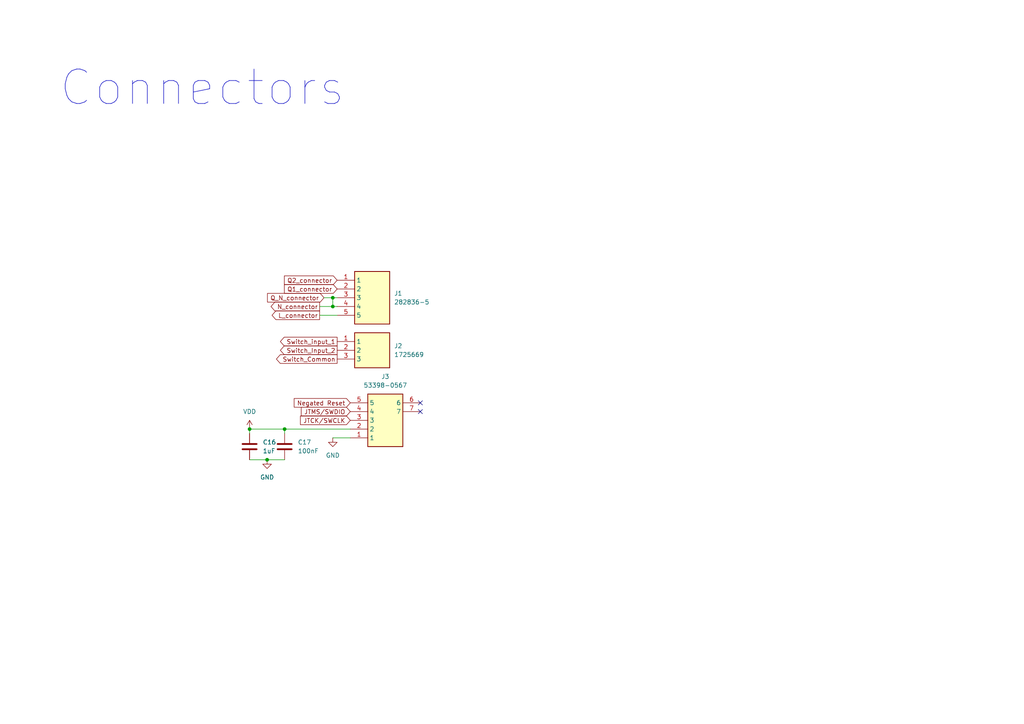
<source format=kicad_sch>
(kicad_sch (version 20231120) (generator "eeschema") (generator_version "8.0")
  (paper "A4")
  (lib_symbols
    (symbol "1725669:1725669"
      (property "Reference" "J" (at 16.51 7.62 0))
      (property "Value" "1725669" (at 16.51 5.08 0))
      (symbol "1725669_1_1"
        (rectangle (start 5.08 2.54) (end 15.24 -7.62) (stroke (width 0.254)) (fill (type background)))
        (pin passive line (at 0 0 0) (length 5.08) (name "1") (number "1"))
        (pin passive line (at 0 -2.54 0) (length 5.08) (name "2") (number "2"))
        (pin passive line (at 0 -5.08 0) (length 5.08) (name "3") (number "3"))
      )
    )
    (symbol "282836-5:282836-5"
      (property "Reference" "J" (at 16.51 7.62 0))
      (property "Value" "282836-5" (at 16.51 5.08 0))
      (symbol "282836-5_1_1"
        (rectangle (start 5.08 2.54) (end 15.24 -12.7) (stroke (width 0.254)) (fill (type background)))
        (pin passive line (at 0 0 0) (length 5.08) (name "1") (number "1"))
        (pin passive line (at 0 -2.54 0) (length 5.08) (name "2") (number "2"))
        (pin passive line (at 0 -5.08 0) (length 5.08) (name "3") (number "3"))
        (pin passive line (at 0 -7.62 0) (length 5.08) (name "4") (number "4"))
        (pin passive line (at 0 -10.16 0) (length 5.08) (name "5") (number "5"))
      )
    )
    (symbol "53398-0567:53398-0567"
      (property "Reference" "J" (at 16.51 7.62 0))
      (property "Value" "53398-0567" (at 16.51 5.08 0))
      (symbol "53398-0567_1_1"
        (rectangle (start 5.08 2.54) (end 15.24 -12.7) (stroke (width 0.254)) (fill (type background)))
        (pin passive line (at 0 -10.16 0) (length 5.08) (name "1") (number "1"))
        (pin passive line (at 0 -7.62 0) (length 5.08) (name "2") (number "2"))
        (pin passive line (at 0 -5.08 0) (length 5.08) (name "3") (number "3"))
        (pin passive line (at 0 -2.54 0) (length 5.08) (name "4") (number "4"))
        (pin passive line (at 0 0 0) (length 5.08) (name "5") (number "5"))
        (pin passive line (at 20.32 0 180) (length 5.08) (name "6") (number "6"))
        (pin passive line (at 20.32 -2.54 180) (length 5.08) (name "7") (number "7"))
      )
    )
    (symbol "Device:C" (pin_numbers hide) (pin_names (offset 0.254))
      (property "Reference" "C" (at 0.635 2.54 0))
      (property "Value" "C" (at 0.635 -2.54 0))
      (symbol "C_0_1"
        (polyline (pts (xy -2.032 -0.762) (xy 2.032 -0.762)) (stroke (width 0.508)))
        (polyline (pts (xy -2.032 0.762) (xy 2.032 0.762)) (stroke (width 0.508)))
      )
      (symbol "C_1_1"
        (pin passive line (at 0 3.81 270) (length 2.794) (name "~") (number "1"))
        (pin passive line (at 0 -3.81 90) (length 2.794) (name "~") (number "2"))
      )
    )
    (symbol "power:GND" (power) (pin_numbers hide) (pin_names (offset 0) hide)
      (property "Value" "GND" (at 0 -3.81 0))
      (symbol "GND_0_1"
        (polyline (pts (xy 0 0) (xy 0 -1.27) (xy 1.27 -1.27) (xy 0 -2.54) (xy -1.27 -1.27) (xy 0 -1.27)))
      )
      (symbol "GND_1_1"
        (pin power_in line (at 0 0 270) (length 0) (name "~") (number "1"))
      )
    )
    (symbol "power:VDD" (power) (pin_numbers hide) (pin_names (offset 0) hide)
      (property "Value" "VDD" (at 0 3.556 0))
      (symbol "VDD_0_1"
        (polyline (pts (xy -0.762 1.27) (xy 0 2.54)))
        (polyline (pts (xy 0 0) (xy 0 2.54)))
        (polyline (pts (xy 0 2.54) (xy 0.762 1.27)))
      )
      (symbol "VDD_1_1"
        (pin power_in line (at 0 0 90) (length 0) (name "~") (number "1"))
      )
    )
  )
  (junction (at 82.55 124.46))
  (junction (at 77.47 133.35))
  (junction (at 96.52 88.9))
  (junction (at 72.39 124.46))
  (junction (at 96.52 86.36))
  (no_connect (at 121.92 119.38))
  (no_connect (at 121.92 116.84))
  (wire (pts (xy 96.52 127) (xy 101.6 127)))
  (wire (pts (xy 96.52 88.9) (xy 97.79 88.9)))
  (wire (pts (xy 82.55 124.46) (xy 82.55 125.73)))
  (wire (pts (xy 96.52 86.36) (xy 97.79 86.36)))
  (wire (pts (xy 93.98 86.36) (xy 96.52 86.36)))
  (wire (pts (xy 92.71 88.9) (xy 96.52 88.9)))
  (wire (pts (xy 92.71 91.44) (xy 97.79 91.44)))
  (wire (pts (xy 72.39 133.35) (xy 77.47 133.35)))
  (wire (pts (xy 72.39 124.46) (xy 82.55 124.46)))
  (wire (pts (xy 77.47 133.35) (xy 82.55 133.35)))
  (wire (pts (xy 72.39 125.73) (xy 72.39 124.46)))
  (wire (pts (xy 101.6 124.46) (xy 82.55 124.46)))
  (wire (pts (xy 96.52 86.36) (xy 96.52 88.9)))
  (text "Connectors" (at 58.674 25.654 0) (effects (font (size 10 10))))
  (global_label "Negated Reset" (shape input) (at 101.6 116.84 180) (property "Intersheetrefs" "${INTERSHEET_REFS}" (effects (hide yes))))
  (global_label "Q1_connector" (shape input) (at 97.79 83.82 180) (property "Intersheetrefs" "${INTERSHEET_REFS}" (effects (hide yes))))
  (global_label "JTMS{slash}SWDIO" (shape input) (at 101.6 119.38 180) (property "Intersheetrefs" "${INTERSHEET_REFS}" (effects (hide yes))))
  (global_label "N_connector" (shape output) (at 92.71 88.9 180) (property "Intersheetrefs" "${INTERSHEET_REFS}" (effects (hide yes))))
  (global_label "Switch_Input_2" (shape output) (at 97.79 101.6 180) (property "Intersheetrefs" "${INTERSHEET_REFS}" (effects (hide yes))))
  (global_label "Q_N_connector" (shape input) (at 93.98 86.36 180) (property "Intersheetrefs" "${INTERSHEET_REFS}" (effects (hide yes))))
  (global_label "Q2_connector" (shape input) (at 97.79 81.28 180) (property "Intersheetrefs" "${INTERSHEET_REFS}" (effects (hide yes))))
  (global_label "L_connector" (shape output) (at 92.71 91.44 180) (property "Intersheetrefs" "${INTERSHEET_REFS}" (effects (hide yes))))
  (global_label "Switch_Common" (shape output) (at 97.79 104.14 180) (property "Intersheetrefs" "${INTERSHEET_REFS}" (effects (hide yes))))
  (global_label "JTCK{slash}SWCLK" (shape input) (at 101.6 121.92 180) (property "Intersheetrefs" "${INTERSHEET_REFS}" (effects (hide yes))))
  (global_label "Switch_input_1" (shape output) (at 97.79 99.06 180) (property "Intersheetrefs" "${INTERSHEET_REFS}" (effects (hide yes))))
  (symbol (lib_id "power:VDD") (at 72.39 124.46 0) (unit 1)
    (property "Reference" "#PWR016" (effects (hide yes)))
    (property "Value" "VDD" (at 72.39 119.38 0))
    (property "Description" "Power symbol creates a global label with name \"VDD\"" (effects (hide yes)))
  )
  (symbol (lib_id "power:GND") (at 96.52 127 0) (unit 1)
    (property "Reference" "#PWR018" (effects (hide yes)))
    (property "Value" "GND" (at 96.52 132.08 0))
    (property "Description" "Power symbol creates a global label with name \"GND\" , ground" (effects (hide yes)))
  )
  (symbol (lib_id "Device:C") (at 72.39 129.54 0) (unit 1)
    (property "Reference" "C16" (at 76.2 128.2699 0) (effects (justify left)))
    (property "Value" "1uF" (at 76.2 130.8099 0) (effects (justify left)))
    (property "Footprint" "Capacitor_SMD:C_0603_1608Metric_Pad1.08x0.95mm_HandSolder" (effects (hide yes)))
    (property "Description" "Unpolarized capacitor" (effects (hide yes)))
  )
  (symbol (lib_id "power:GND") (at 77.47 133.35 0) (unit 1)
    (property "Reference" "#PWR017" (effects (hide yes)))
    (property "Value" "GND" (at 77.47 138.43 0))
    (property "Description" "Power symbol creates a global label with name \"GND\" , ground" (effects (hide yes)))
  )
  (symbol (lib_id "Device:C") (at 82.55 129.54 0) (unit 1)
    (property "Reference" "C17" (at 86.36 128.2699 0) (effects (justify left)))
    (property "Value" "100nF" (at 86.36 130.8099 0) (effects (justify left)))
    (property "Footprint" "Capacitor_SMD:C_0603_1608Metric_Pad1.08x0.95mm_HandSolder" (effects (hide yes)))
    (property "Description" "Unpolarized capacitor" (effects (hide yes)))
  )
  (symbol (lib_id "53398-0567:53398-0567") (at 101.6 116.84 0) (unit 1)
    (property "Reference" "J3" (at 111.76 109.22 0))
    (property "Value" "53398-0567" (at 111.76 111.76 0))
    (property "Footprint" "Sterownik_roletyLibrary:533980567" (effects (hide yes)))
    (property "Description" "Headers & Wire Housings 1.25 WTB WAFER 5Ckt" (effects (hide yes)))
    (property "Height" "5.7" (effects (hide yes)))
    (property "Mouser Part Number" "538-53398-0567" (effects (hide yes)))
    (property "Mouser Price/Stock" "https://www.mouser.co.uk/ProductDetail/Molex/53398-0567?qs=YbyaSBbY%2FzyzhOKGMMuQvw%3D%3D" (effects (hide yes)))
    (property "Manufacturer_Name" "Molex" (effects (hide yes)))
    (property "Manufacturer_Part_Number" "53398-0567" (effects (hide yes)))
  )
  (symbol (lib_id "282836-5:282836-5") (at 97.79 81.28 0) (unit 1)
    (property "Reference" "J1" (at 114.3 85.0899 0) (effects (justify left)))
    (property "Value" "282836-5" (at 114.3 87.6299 0) (effects (justify left)))
    (property "Footprint" "Sterownik_roletyLibrary:2828365" (effects (hide yes)))
    (property "Datasheet" "https://www.te.com/commerce/DocumentDelivery/DDEController?Action=srchrtrv&DocNm=1-1773458-1_EURO_STYLE_QRG&DocType=Data%20Sheet&DocLang=English&PartCntxt=282836-5&DocFormat=pdf" (effects (hide yes)))
    (property "Description" "Body Features: Product Orientation Vertical | Primary Product Color Green | Configuration Features: Number of Positions 5 | Stacking Configuration Side Stackable | Wire Entry Angle 90 | Number of Rows 1 | Stacked Levels Without | Wire Entry Location Side | Contact Features: Contact Mating Area Plating Material Tin | Contact Base Material Brass | Contact Current Rating (Max) 13.5 AMP | Dimensions: Wire Size 30  16 AWG | Wire Size .05  1.3 MMSQ | Electrical Characteristics: Operating Voltage 300 VAC |" (effects (hide yes)))
    (property "Height" "10.2" (effects (hide yes)))
    (property "Mouser Part Number" "571-2828365" (effects (hide yes)))
    (property "Mouser Price/Stock" "https://www.mouser.co.uk/ProductDetail/TE-Connectivity/282836-5?qs=A%252Bip%252BNCYi6PWM9nOrDokEg%3D%3D" (effects (hide yes)))
    (property "Manufacturer_Name" "TE Connectivity" (effects (hide yes)))
    (property "Manufacturer_Part_Number" "282836-5" (effects (hide yes)))
  )
  (symbol (lib_id "1725669:1725669") (at 97.79 99.06 0) (unit 1)
    (property "Reference" "J2" (at 114.3 100.3299 0) (effects (justify left)))
    (property "Value" "1725669" (at 114.3 102.8699 0) (effects (justify left)))
    (property "Footprint" "Sterownik_roletyLibrary:1725669" (effects (hide yes)))
    (property "Datasheet" "https://www.phoenixcontact.com/online/portal/us?uri=pxc-oc-itemdetail:pid=1725669&library=usen&tab=1" (effects (hide yes)))
    (property "Description" "PCB terminal block, nominal current: 6 A, rated voltage (III/2): 160 V, nominal cross section: 0.5 mm?, Number of potentials: 3, Number of rows: 1, Number of positions per row: 3, product range: MPT 0,5, pitch: 2.54 mm, connection method: Screw connection with tension sleeve, mounting: Wave soldering, conductor/PCB connection direction: 0 ?, color: green, Pin layout: Linear pinning, Solder pin [P]: 3.5 mm, type of packaging: packed in cardboard" (effects (hide yes)))
    (property "Height" "8.65" (effects (hide yes)))
    (property "Mouser Part Number" "651-1725669" (effects (hide yes)))
    (property "Mouser Price/Stock" "https://www.mouser.co.uk/ProductDetail/Phoenix-Contact/1725669?qs=A%2FKWGUWTCZjmkTL0Oe91ew%3D%3D" (effects (hide yes)))
    (property "Manufacturer_Name" "Phoenix Contact" (effects (hide yes)))
    (property "Manufacturer_Part_Number" "1725669" (effects (hide yes)))
  )
)
</source>
